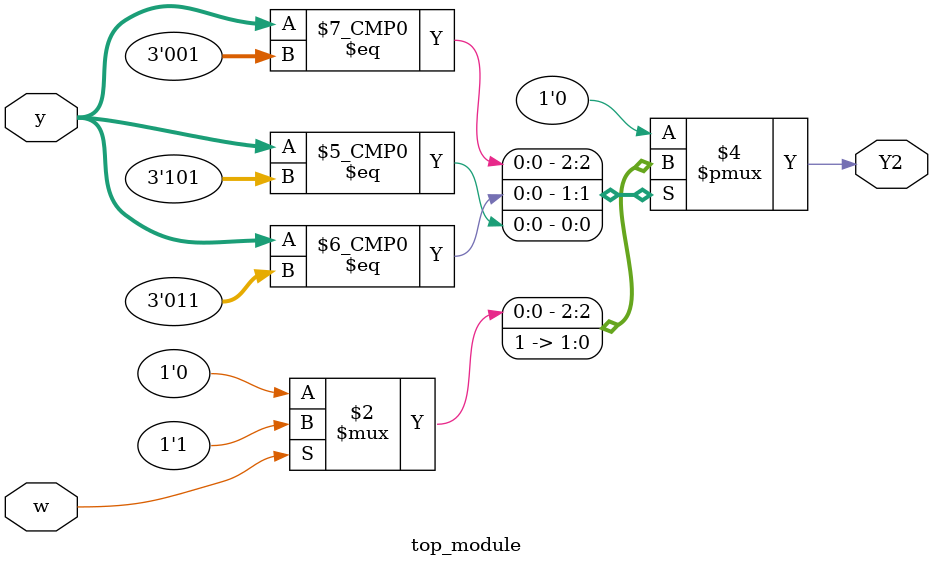
<source format=sv>
module top_module(
    input [3:1] y,
    input w,
    output reg Y2);

    // Combinational next-state logic for y[2]
    always @(*) begin
        case (y)
            3'b000: Y2 = 1'b0; // State A
            3'b001: Y2 = w ? 1'b1 : 1'b0; // State B
            3'b010: Y2 = 1'b0; // State C
            3'b011: Y2 = 1'b1; // State D
            3'b100: Y2 = 1'b0; // State E
            3'b101: Y2 = 1'b1; // State F
            default: Y2 = 1'b0;
        endcase
    end
endmodule

</source>
